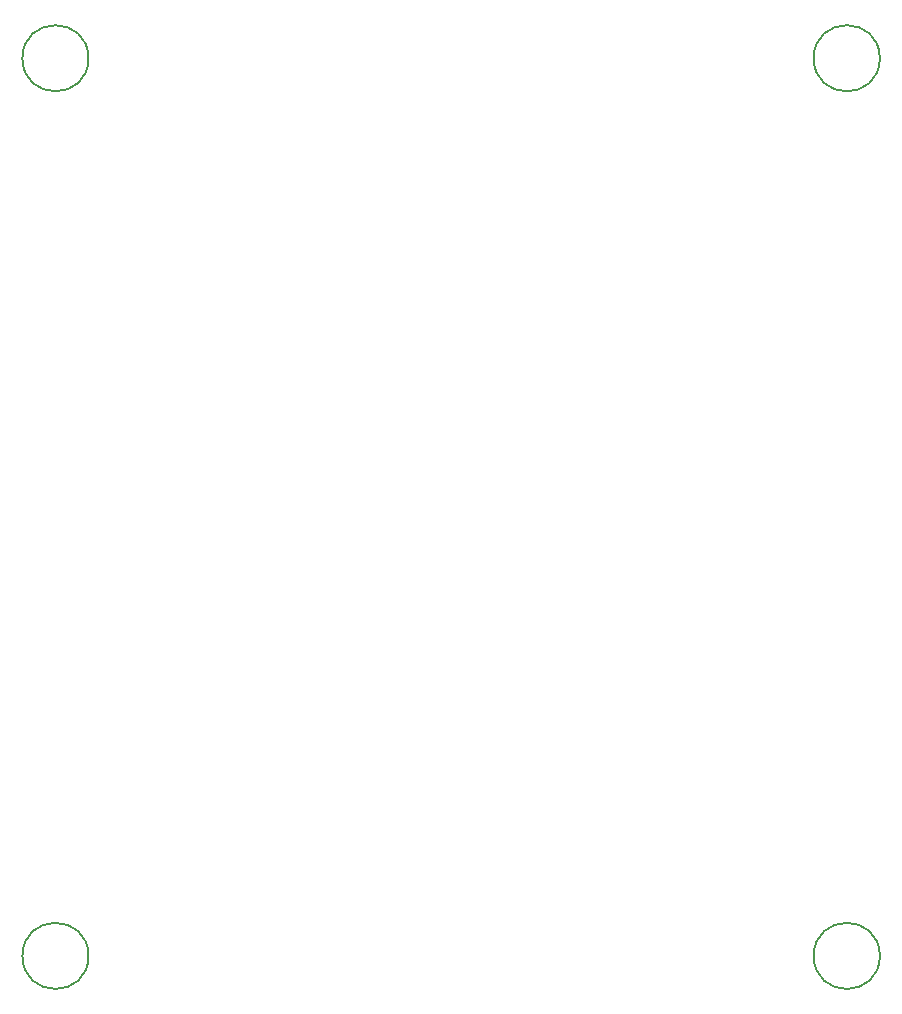
<source format=gbr>
G04 #@! TF.GenerationSoftware,KiCad,Pcbnew,5.1.6-c6e7f7d~87~ubuntu20.04.1*
G04 #@! TF.CreationDate,2020-08-21T14:07:47+01:00*
G04 #@! TF.ProjectId,beehive,62656568-6976-4652-9e6b-696361645f70,rev?*
G04 #@! TF.SameCoordinates,Original*
G04 #@! TF.FileFunction,Other,Comment*
%FSLAX46Y46*%
G04 Gerber Fmt 4.6, Leading zero omitted, Abs format (unit mm)*
G04 Created by KiCad (PCBNEW 5.1.6-c6e7f7d~87~ubuntu20.04.1) date 2020-08-21 14:07:47*
%MOMM*%
%LPD*%
G01*
G04 APERTURE LIST*
%ADD10C,0.150000*%
G04 APERTURE END LIST*
D10*
X142300000Y-64500000D02*
G75*
G03*
X142300000Y-64500000I-2800000J0D01*
G01*
X209300000Y-64500000D02*
G75*
G03*
X209300000Y-64500000I-2800000J0D01*
G01*
X209300000Y-140500000D02*
G75*
G03*
X209300000Y-140500000I-2800000J0D01*
G01*
X142300000Y-140500000D02*
G75*
G03*
X142300000Y-140500000I-2800000J0D01*
G01*
M02*

</source>
